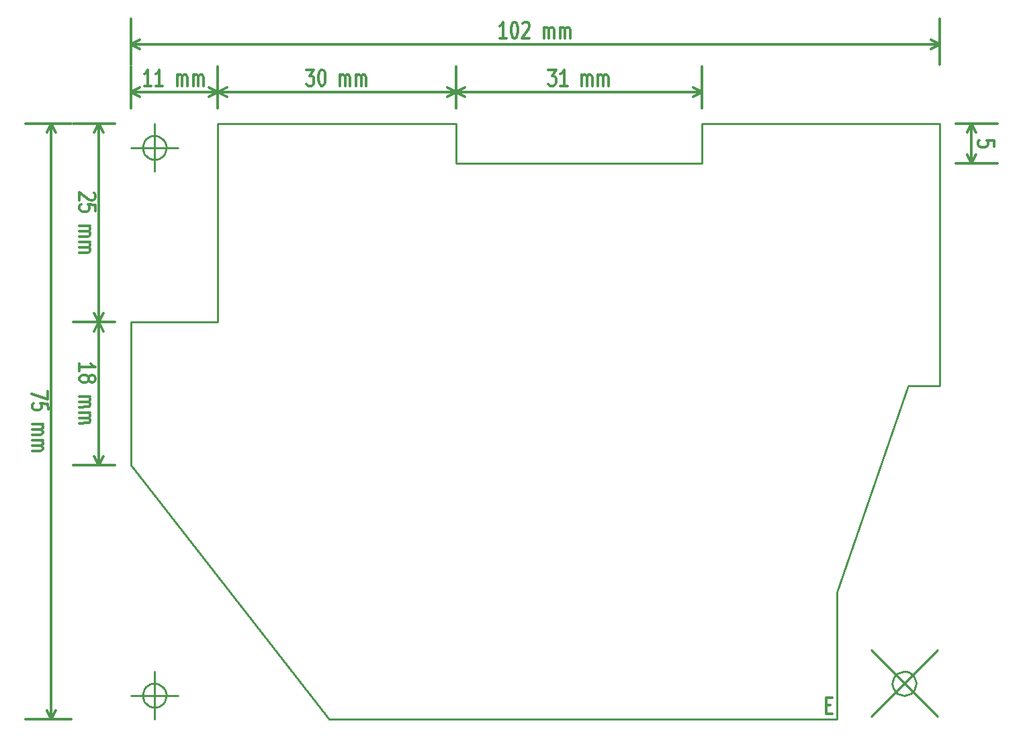
<source format=gbr>
G04 (created by PCBNEW-RS274X (2011-07-20 BZR 3052)-testing) date 2011-07-21 16:28:03*
G01*
G70*
G90*
%MOIN*%
G04 Gerber Fmt 3.4, Leading zero omitted, Abs format*
%FSLAX34Y34*%
G04 APERTURE LIST*
%ADD10C,0.006000*%
%ADD11C,0.012000*%
%ADD12C,0.008700*%
%ADD13C,0.180000*%
%ADD14R,0.070000X0.040000*%
%ADD15R,0.180000X0.100000*%
%ADD16R,0.075000X0.055000*%
%ADD17R,0.055000X0.075000*%
%ADD18R,0.065000X0.045000*%
%ADD19R,0.045000X0.065000*%
%ADD20R,0.072000X0.072000*%
%ADD21C,0.072000*%
%ADD22C,0.080000*%
%ADD23R,0.080000X0.080000*%
%ADD24R,0.086900X0.090800*%
%ADD25R,0.090800X0.086900*%
%ADD26R,0.145000X0.170000*%
%ADD27R,0.080000X0.070000*%
%ADD28R,0.120000X0.120000*%
%ADD29C,0.120000*%
G04 APERTURE END LIST*
G54D10*
G54D11*
X48298Y-42622D02*
X48498Y-42622D01*
X48584Y-43041D02*
X48298Y-43041D01*
X48298Y-42241D01*
X48584Y-42241D01*
G54D12*
X52363Y-26772D02*
X48819Y-37008D01*
X52756Y-41536D02*
X52744Y-41650D01*
X52711Y-41760D01*
X52657Y-41862D01*
X52584Y-41951D01*
X52495Y-42025D01*
X52394Y-42079D01*
X52284Y-42113D01*
X52170Y-42125D01*
X52056Y-42115D01*
X51945Y-42083D01*
X51843Y-42029D01*
X51754Y-41957D01*
X51680Y-41869D01*
X51624Y-41768D01*
X51589Y-41658D01*
X51577Y-41544D01*
X51586Y-41430D01*
X51618Y-41319D01*
X51671Y-41217D01*
X51742Y-41127D01*
X51830Y-41052D01*
X51930Y-40996D01*
X52040Y-40960D01*
X52154Y-40947D01*
X52268Y-40955D01*
X52379Y-40986D01*
X52482Y-41038D01*
X52572Y-41109D01*
X52648Y-41196D01*
X52704Y-41297D01*
X52741Y-41406D01*
X52755Y-41520D01*
X52756Y-41536D01*
X50513Y-39883D02*
X53819Y-43189D01*
X50513Y-43189D02*
X53819Y-39883D01*
X15551Y-42126D02*
X15539Y-42240D01*
X15506Y-42350D01*
X15452Y-42452D01*
X15379Y-42541D01*
X15290Y-42615D01*
X15189Y-42669D01*
X15079Y-42703D01*
X14965Y-42715D01*
X14851Y-42705D01*
X14740Y-42673D01*
X14638Y-42619D01*
X14549Y-42547D01*
X14475Y-42459D01*
X14419Y-42358D01*
X14384Y-42248D01*
X14372Y-42134D01*
X14381Y-42020D01*
X14413Y-41909D01*
X14466Y-41807D01*
X14537Y-41717D01*
X14625Y-41642D01*
X14725Y-41586D01*
X14835Y-41550D01*
X14949Y-41537D01*
X15063Y-41545D01*
X15174Y-41576D01*
X15277Y-41628D01*
X15367Y-41699D01*
X15443Y-41786D01*
X15499Y-41887D01*
X15536Y-41996D01*
X15550Y-42110D01*
X15551Y-42126D01*
X13780Y-42126D02*
X16142Y-42126D01*
X14961Y-40945D02*
X14961Y-43307D01*
X15551Y-14961D02*
X15539Y-15075D01*
X15506Y-15185D01*
X15452Y-15287D01*
X15379Y-15376D01*
X15290Y-15450D01*
X15189Y-15504D01*
X15079Y-15538D01*
X14965Y-15550D01*
X14851Y-15540D01*
X14740Y-15508D01*
X14638Y-15454D01*
X14549Y-15382D01*
X14475Y-15294D01*
X14419Y-15193D01*
X14384Y-15083D01*
X14372Y-14969D01*
X14381Y-14855D01*
X14413Y-14744D01*
X14466Y-14642D01*
X14537Y-14552D01*
X14625Y-14477D01*
X14725Y-14421D01*
X14835Y-14385D01*
X14949Y-14372D01*
X15063Y-14380D01*
X15174Y-14411D01*
X15277Y-14463D01*
X15367Y-14534D01*
X15443Y-14621D01*
X15499Y-14722D01*
X15536Y-14831D01*
X15550Y-14945D01*
X15551Y-14961D01*
X13780Y-14961D02*
X16142Y-14961D01*
X14961Y-13780D02*
X14961Y-16142D01*
G54D11*
X09677Y-27030D02*
X09678Y-27430D01*
X08878Y-27175D01*
X09679Y-27944D02*
X09678Y-27658D01*
X09297Y-27630D01*
X09335Y-27659D01*
X09374Y-27716D01*
X09374Y-27859D01*
X09336Y-27916D01*
X09298Y-27945D01*
X09222Y-27973D01*
X09032Y-27973D01*
X08955Y-27945D01*
X08917Y-27917D01*
X08879Y-27860D01*
X08879Y-27717D01*
X08916Y-27660D01*
X08954Y-27630D01*
X08880Y-28688D02*
X09414Y-28687D01*
X09337Y-28687D02*
X09375Y-28715D01*
X09414Y-28773D01*
X09415Y-28858D01*
X09376Y-28915D01*
X09300Y-28944D01*
X08881Y-28945D01*
X09300Y-28944D02*
X09376Y-28973D01*
X09415Y-29030D01*
X09415Y-29115D01*
X09376Y-29173D01*
X09300Y-29201D01*
X08881Y-29202D01*
X08882Y-29488D02*
X09416Y-29487D01*
X09339Y-29487D02*
X09377Y-29515D01*
X09416Y-29573D01*
X09416Y-29658D01*
X09377Y-29715D01*
X09301Y-29744D01*
X08882Y-29745D01*
X09301Y-29744D02*
X09377Y-29773D01*
X09416Y-29830D01*
X09416Y-29915D01*
X09377Y-29973D01*
X09302Y-30001D01*
X08883Y-30002D01*
X09844Y-13780D02*
X09844Y-43308D01*
X10827Y-13780D02*
X08564Y-13780D01*
X10827Y-43308D02*
X08564Y-43308D01*
X09844Y-43308D02*
X09614Y-42865D01*
X09844Y-43308D02*
X10074Y-42865D01*
X09844Y-13780D02*
X09614Y-14223D01*
X09844Y-13780D02*
X10074Y-14223D01*
X56627Y-14907D02*
X56627Y-14621D01*
X56246Y-14593D01*
X56284Y-14622D01*
X56322Y-14679D01*
X56322Y-14822D01*
X56284Y-14879D01*
X56246Y-14908D01*
X56170Y-14936D01*
X55980Y-14936D01*
X55903Y-14908D01*
X55865Y-14879D01*
X55827Y-14823D01*
X55827Y-14680D01*
X55865Y-14622D01*
X55903Y-14593D01*
X55511Y-13780D02*
X55511Y-15749D01*
X54725Y-13780D02*
X56791Y-13780D01*
X54725Y-15749D02*
X56791Y-15749D01*
X55511Y-15749D02*
X55281Y-15306D01*
X55511Y-15749D02*
X55741Y-15306D01*
X55511Y-13780D02*
X55281Y-14223D01*
X55511Y-13780D02*
X55741Y-14223D01*
X11240Y-26025D02*
X11239Y-25682D01*
X11240Y-25854D02*
X12040Y-25852D01*
X11926Y-25795D01*
X11850Y-25738D01*
X11811Y-25681D01*
X11698Y-26367D02*
X11736Y-26309D01*
X11774Y-26281D01*
X11850Y-26252D01*
X11888Y-26251D01*
X11964Y-26280D01*
X12003Y-26308D01*
X12041Y-26366D01*
X12041Y-26480D01*
X12003Y-26537D01*
X11965Y-26566D01*
X11889Y-26594D01*
X11851Y-26595D01*
X11775Y-26567D01*
X11736Y-26538D01*
X11698Y-26481D01*
X11698Y-26367D01*
X11660Y-26309D01*
X11621Y-26281D01*
X11545Y-26252D01*
X11393Y-26252D01*
X11316Y-26281D01*
X11279Y-26310D01*
X11241Y-26368D01*
X11241Y-26482D01*
X11279Y-26539D01*
X11317Y-26567D01*
X11394Y-26595D01*
X11546Y-26595D01*
X11622Y-26567D01*
X11660Y-26538D01*
X11698Y-26481D01*
X11242Y-27310D02*
X11776Y-27309D01*
X11699Y-27309D02*
X11737Y-27337D01*
X11776Y-27395D01*
X11777Y-27480D01*
X11738Y-27537D01*
X11662Y-27566D01*
X11243Y-27567D01*
X11662Y-27566D02*
X11738Y-27595D01*
X11777Y-27652D01*
X11777Y-27737D01*
X11738Y-27795D01*
X11662Y-27823D01*
X11243Y-27824D01*
X11244Y-28110D02*
X11778Y-28109D01*
X11701Y-28109D02*
X11739Y-28137D01*
X11778Y-28195D01*
X11778Y-28280D01*
X11739Y-28337D01*
X11663Y-28366D01*
X11244Y-28367D01*
X11663Y-28366D02*
X11739Y-28395D01*
X11778Y-28452D01*
X11778Y-28537D01*
X11739Y-28595D01*
X11664Y-28623D01*
X11245Y-28624D01*
X12206Y-23623D02*
X12206Y-30709D01*
X12993Y-23623D02*
X10926Y-23623D01*
X12993Y-30709D02*
X10926Y-30709D01*
X12206Y-30709D02*
X11976Y-30266D01*
X12206Y-30709D02*
X12436Y-30266D01*
X12206Y-23623D02*
X11976Y-24066D01*
X12206Y-23623D02*
X12436Y-24066D01*
X11963Y-17215D02*
X12001Y-17244D01*
X12040Y-17301D01*
X12040Y-17444D01*
X12002Y-17501D01*
X11964Y-17530D01*
X11888Y-17558D01*
X11812Y-17559D01*
X11697Y-17531D01*
X11239Y-17189D01*
X11240Y-17560D01*
X12041Y-18101D02*
X12040Y-17815D01*
X11659Y-17787D01*
X11697Y-17816D01*
X11736Y-17873D01*
X11736Y-18016D01*
X11698Y-18073D01*
X11660Y-18102D01*
X11584Y-18130D01*
X11394Y-18130D01*
X11317Y-18102D01*
X11279Y-18074D01*
X11241Y-18017D01*
X11241Y-17874D01*
X11278Y-17817D01*
X11316Y-17787D01*
X11242Y-18845D02*
X11776Y-18844D01*
X11699Y-18844D02*
X11737Y-18872D01*
X11776Y-18930D01*
X11777Y-19015D01*
X11738Y-19072D01*
X11662Y-19101D01*
X11243Y-19102D01*
X11662Y-19101D02*
X11738Y-19130D01*
X11777Y-19187D01*
X11777Y-19272D01*
X11738Y-19330D01*
X11662Y-19358D01*
X11243Y-19359D01*
X11244Y-19645D02*
X11778Y-19644D01*
X11701Y-19644D02*
X11739Y-19672D01*
X11778Y-19730D01*
X11778Y-19815D01*
X11739Y-19872D01*
X11663Y-19901D01*
X11244Y-19902D01*
X11663Y-19901D02*
X11739Y-19930D01*
X11778Y-19987D01*
X11778Y-20072D01*
X11739Y-20130D01*
X11664Y-20158D01*
X11245Y-20159D01*
X12206Y-13780D02*
X12206Y-23623D01*
X12993Y-13780D02*
X10926Y-13780D01*
X12993Y-23623D02*
X10926Y-23623D01*
X12206Y-23623D02*
X11976Y-23180D01*
X12206Y-23623D02*
X12436Y-23180D01*
X12206Y-13780D02*
X11976Y-14223D01*
X12206Y-13780D02*
X12436Y-14223D01*
X32430Y-09528D02*
X32087Y-09528D01*
X32259Y-09528D02*
X32259Y-08728D01*
X32202Y-08842D01*
X32144Y-08918D01*
X32087Y-08956D01*
X32801Y-08728D02*
X32858Y-08728D01*
X32915Y-08766D01*
X32944Y-08804D01*
X32973Y-08880D01*
X33001Y-09033D01*
X33001Y-09223D01*
X32973Y-09375D01*
X32944Y-09452D01*
X32915Y-09490D01*
X32858Y-09528D01*
X32801Y-09528D01*
X32744Y-09490D01*
X32715Y-09452D01*
X32687Y-09375D01*
X32658Y-09223D01*
X32658Y-09033D01*
X32687Y-08880D01*
X32715Y-08804D01*
X32744Y-08766D01*
X32801Y-08728D01*
X33229Y-08804D02*
X33258Y-08766D01*
X33315Y-08728D01*
X33458Y-08728D01*
X33515Y-08766D01*
X33544Y-08804D01*
X33572Y-08880D01*
X33572Y-08956D01*
X33544Y-09071D01*
X33201Y-09528D01*
X33572Y-09528D01*
X34286Y-09528D02*
X34286Y-08994D01*
X34286Y-09071D02*
X34314Y-09033D01*
X34372Y-08994D01*
X34457Y-08994D01*
X34514Y-09033D01*
X34543Y-09109D01*
X34543Y-09528D01*
X34543Y-09109D02*
X34572Y-09033D01*
X34629Y-08994D01*
X34714Y-08994D01*
X34772Y-09033D01*
X34800Y-09109D01*
X34800Y-09528D01*
X35086Y-09528D02*
X35086Y-08994D01*
X35086Y-09071D02*
X35114Y-09033D01*
X35172Y-08994D01*
X35257Y-08994D01*
X35314Y-09033D01*
X35343Y-09109D01*
X35343Y-09528D01*
X35343Y-09109D02*
X35372Y-09033D01*
X35429Y-08994D01*
X35514Y-08994D01*
X35572Y-09033D01*
X35600Y-09109D01*
X35600Y-09528D01*
X13780Y-09844D02*
X53937Y-09844D01*
X13780Y-10827D02*
X13780Y-08564D01*
X53937Y-10827D02*
X53937Y-08564D01*
X53937Y-09844D02*
X53494Y-10074D01*
X53937Y-09844D02*
X53494Y-09614D01*
X13780Y-09844D02*
X14223Y-10074D01*
X13780Y-09844D02*
X14223Y-09614D01*
X34511Y-11090D02*
X34882Y-11090D01*
X34682Y-11395D01*
X34768Y-11395D01*
X34825Y-11433D01*
X34854Y-11471D01*
X34882Y-11547D01*
X34882Y-11737D01*
X34854Y-11814D01*
X34825Y-11852D01*
X34768Y-11890D01*
X34596Y-11890D01*
X34539Y-11852D01*
X34511Y-11814D01*
X35453Y-11890D02*
X35110Y-11890D01*
X35282Y-11890D02*
X35282Y-11090D01*
X35225Y-11204D01*
X35167Y-11280D01*
X35110Y-11318D01*
X36167Y-11890D02*
X36167Y-11356D01*
X36167Y-11433D02*
X36195Y-11395D01*
X36253Y-11356D01*
X36338Y-11356D01*
X36395Y-11395D01*
X36424Y-11471D01*
X36424Y-11890D01*
X36424Y-11471D02*
X36453Y-11395D01*
X36510Y-11356D01*
X36595Y-11356D01*
X36653Y-11395D01*
X36681Y-11471D01*
X36681Y-11890D01*
X36967Y-11890D02*
X36967Y-11356D01*
X36967Y-11433D02*
X36995Y-11395D01*
X37053Y-11356D01*
X37138Y-11356D01*
X37195Y-11395D01*
X37224Y-11471D01*
X37224Y-11890D01*
X37224Y-11471D02*
X37253Y-11395D01*
X37310Y-11356D01*
X37395Y-11356D01*
X37453Y-11395D01*
X37481Y-11471D01*
X37481Y-11890D01*
X29922Y-12206D02*
X42126Y-12206D01*
X29922Y-12993D02*
X29922Y-10926D01*
X42126Y-12993D02*
X42126Y-10926D01*
X42126Y-12206D02*
X41683Y-12436D01*
X42126Y-12206D02*
X41683Y-11976D01*
X29922Y-12206D02*
X30365Y-12436D01*
X29922Y-12206D02*
X30365Y-11976D01*
X22503Y-11090D02*
X22874Y-11090D01*
X22674Y-11395D01*
X22760Y-11395D01*
X22817Y-11433D01*
X22846Y-11471D01*
X22874Y-11547D01*
X22874Y-11737D01*
X22846Y-11814D01*
X22817Y-11852D01*
X22760Y-11890D01*
X22588Y-11890D01*
X22531Y-11852D01*
X22503Y-11814D01*
X23245Y-11090D02*
X23302Y-11090D01*
X23359Y-11128D01*
X23388Y-11166D01*
X23417Y-11242D01*
X23445Y-11395D01*
X23445Y-11585D01*
X23417Y-11737D01*
X23388Y-11814D01*
X23359Y-11852D01*
X23302Y-11890D01*
X23245Y-11890D01*
X23188Y-11852D01*
X23159Y-11814D01*
X23131Y-11737D01*
X23102Y-11585D01*
X23102Y-11395D01*
X23131Y-11242D01*
X23159Y-11166D01*
X23188Y-11128D01*
X23245Y-11090D01*
X24159Y-11890D02*
X24159Y-11356D01*
X24159Y-11433D02*
X24187Y-11395D01*
X24245Y-11356D01*
X24330Y-11356D01*
X24387Y-11395D01*
X24416Y-11471D01*
X24416Y-11890D01*
X24416Y-11471D02*
X24445Y-11395D01*
X24502Y-11356D01*
X24587Y-11356D01*
X24645Y-11395D01*
X24673Y-11471D01*
X24673Y-11890D01*
X24959Y-11890D02*
X24959Y-11356D01*
X24959Y-11433D02*
X24987Y-11395D01*
X25045Y-11356D01*
X25130Y-11356D01*
X25187Y-11395D01*
X25216Y-11471D01*
X25216Y-11890D01*
X25216Y-11471D02*
X25245Y-11395D01*
X25302Y-11356D01*
X25387Y-11356D01*
X25445Y-11395D01*
X25473Y-11471D01*
X25473Y-11890D01*
X18111Y-12206D02*
X29922Y-12206D01*
X18111Y-12993D02*
X18111Y-10926D01*
X29922Y-12993D02*
X29922Y-10926D01*
X29922Y-12206D02*
X29479Y-12436D01*
X29922Y-12206D02*
X29479Y-11976D01*
X18111Y-12206D02*
X18554Y-12436D01*
X18111Y-12206D02*
X18554Y-11976D01*
G54D12*
X42126Y-15749D02*
X29922Y-15749D01*
X42126Y-13780D02*
X42126Y-15749D01*
X53937Y-13780D02*
X42126Y-13780D01*
X29922Y-13780D02*
X29922Y-15749D01*
X18111Y-13780D02*
X29922Y-13780D01*
X18111Y-21654D02*
X18111Y-13780D01*
X53937Y-26772D02*
X53937Y-13780D01*
X52363Y-26772D02*
X53937Y-26772D01*
X48819Y-37008D02*
X48819Y-43308D01*
X37796Y-43308D02*
X48819Y-43308D01*
X23623Y-43308D02*
X33859Y-43308D01*
G54D11*
X14803Y-11890D02*
X14460Y-11890D01*
X14632Y-11890D02*
X14632Y-11090D01*
X14575Y-11204D01*
X14517Y-11280D01*
X14460Y-11318D01*
X15374Y-11890D02*
X15031Y-11890D01*
X15203Y-11890D02*
X15203Y-11090D01*
X15146Y-11204D01*
X15088Y-11280D01*
X15031Y-11318D01*
X16088Y-11890D02*
X16088Y-11356D01*
X16088Y-11433D02*
X16116Y-11395D01*
X16174Y-11356D01*
X16259Y-11356D01*
X16316Y-11395D01*
X16345Y-11471D01*
X16345Y-11890D01*
X16345Y-11471D02*
X16374Y-11395D01*
X16431Y-11356D01*
X16516Y-11356D01*
X16574Y-11395D01*
X16602Y-11471D01*
X16602Y-11890D01*
X16888Y-11890D02*
X16888Y-11356D01*
X16888Y-11433D02*
X16916Y-11395D01*
X16974Y-11356D01*
X17059Y-11356D01*
X17116Y-11395D01*
X17145Y-11471D01*
X17145Y-11890D01*
X17145Y-11471D02*
X17174Y-11395D01*
X17231Y-11356D01*
X17316Y-11356D01*
X17374Y-11395D01*
X17402Y-11471D01*
X17402Y-11890D01*
X13780Y-12206D02*
X18111Y-12206D01*
X13780Y-12993D02*
X13780Y-10926D01*
X18111Y-12993D02*
X18111Y-10926D01*
X18111Y-12206D02*
X17668Y-12436D01*
X18111Y-12206D02*
X17668Y-11976D01*
X13780Y-12206D02*
X14223Y-12436D01*
X13780Y-12206D02*
X14223Y-11976D01*
G54D12*
X33859Y-43308D02*
X37796Y-43308D01*
X23623Y-43308D02*
X13780Y-30709D01*
X13780Y-23623D02*
X13780Y-30709D01*
X18111Y-23623D02*
X13780Y-23623D01*
X18111Y-21654D02*
X18111Y-23623D01*
%LPC*%
G54D13*
X51378Y-25000D03*
X19489Y-25000D03*
X35237Y-42126D03*
G54D14*
X45738Y-19573D03*
X45738Y-19073D03*
X45738Y-18573D03*
X45738Y-18073D03*
X45738Y-17573D03*
X45738Y-17073D03*
X45738Y-16573D03*
X45738Y-16073D03*
X45738Y-15573D03*
X45738Y-15073D03*
X49538Y-15073D03*
X49538Y-15573D03*
X49538Y-16073D03*
X49538Y-16573D03*
X49538Y-17073D03*
X49538Y-17573D03*
X49538Y-18073D03*
X49538Y-18573D03*
X49538Y-19073D03*
X49538Y-19573D03*
G54D15*
X35827Y-37321D03*
X35827Y-35121D03*
G54D16*
X46851Y-33643D03*
X46851Y-32893D03*
G54D17*
X18523Y-31890D03*
X19273Y-31890D03*
G54D16*
X40749Y-35809D03*
X40749Y-35059D03*
G54D18*
X39174Y-36324D03*
X39174Y-35724D03*
X44489Y-15655D03*
X44489Y-15055D03*
X44686Y-30025D03*
X44686Y-29425D03*
G54D19*
X31000Y-28741D03*
X31600Y-28741D03*
G54D18*
X19882Y-18992D03*
X19882Y-19592D03*
X21457Y-30015D03*
X21457Y-30615D03*
G54D19*
X31787Y-23426D03*
X32387Y-23426D03*
G54D18*
X39371Y-29237D03*
X39371Y-28637D03*
X25394Y-22348D03*
X25394Y-21748D03*
X26969Y-33371D03*
X26969Y-32771D03*
G54D20*
X36614Y-39567D03*
G54D21*
X35827Y-39567D03*
X35039Y-39567D03*
X34253Y-39567D03*
X33465Y-39567D03*
X32678Y-39567D03*
G54D20*
X30118Y-42323D03*
G54D21*
X29330Y-42323D03*
X28544Y-42323D03*
X27756Y-42323D03*
G54D10*
G36*
X51001Y-27885D02*
X50320Y-27650D01*
X50555Y-26969D01*
X51236Y-27204D01*
X51001Y-27885D01*
X51001Y-27885D01*
G37*
G54D21*
X50522Y-28172D03*
X50266Y-28916D03*
X50010Y-29661D03*
G54D20*
X14961Y-25984D03*
G54D21*
X14961Y-26772D03*
X14961Y-27558D03*
X14961Y-28346D03*
G54D20*
X41142Y-42323D03*
G54D21*
X40354Y-42323D03*
X39568Y-42323D03*
X38780Y-42323D03*
G54D20*
X33071Y-42323D03*
G54D21*
X32284Y-42323D03*
G54D20*
X24804Y-42126D03*
G54D21*
X25591Y-42126D03*
G54D20*
X44095Y-42323D03*
G54D21*
X43308Y-42323D03*
G54D22*
X42237Y-20973D03*
X42237Y-19973D03*
X41237Y-19973D03*
X41237Y-20973D03*
G54D23*
X28237Y-20973D03*
G54D22*
X28237Y-19973D03*
X29237Y-20973D03*
X29237Y-19973D03*
X30237Y-20973D03*
X30237Y-19973D03*
X31237Y-20973D03*
X31237Y-19973D03*
X32237Y-20973D03*
X32237Y-19973D03*
X33237Y-20973D03*
X33237Y-19973D03*
X34237Y-20973D03*
X34237Y-19973D03*
X35237Y-20973D03*
X35237Y-19973D03*
X36237Y-20973D03*
X36237Y-19973D03*
X37237Y-20973D03*
X37237Y-19973D03*
X38237Y-20973D03*
X38237Y-19973D03*
X39237Y-20973D03*
X39237Y-19973D03*
X40237Y-20973D03*
X40237Y-19973D03*
G54D24*
X49213Y-24587D03*
X49213Y-26201D03*
G54D25*
X18327Y-27756D03*
X16713Y-27756D03*
G54D24*
X16733Y-24587D03*
X16733Y-26201D03*
G54D25*
X22816Y-38583D03*
X24430Y-38583D03*
G54D24*
X46851Y-39942D03*
X46851Y-41556D03*
G54D25*
X41713Y-39961D03*
X43327Y-39961D03*
G54D24*
X29725Y-31280D03*
X29725Y-32894D03*
X31497Y-31280D03*
X31497Y-32894D03*
G54D25*
X22816Y-40355D03*
X24430Y-40355D03*
G54D24*
X29331Y-38367D03*
X29331Y-39981D03*
X37796Y-36831D03*
X37796Y-35217D03*
X47638Y-28760D03*
X47638Y-27146D03*
G54D25*
X18327Y-29528D03*
X16713Y-29528D03*
X19311Y-30906D03*
X17697Y-30906D03*
G54D24*
X47638Y-29902D03*
X47638Y-31516D03*
X45276Y-33288D03*
X45276Y-31674D03*
X31103Y-38367D03*
X31103Y-39981D03*
G54D26*
X33859Y-34971D03*
X33859Y-37471D03*
G54D27*
X40749Y-36830D03*
X40749Y-37580D03*
G54D28*
X44489Y-37418D03*
G54D29*
X44489Y-35418D03*
G54D10*
G36*
X16329Y-31159D02*
X15762Y-31602D01*
X15319Y-31035D01*
X15886Y-30592D01*
X16329Y-31159D01*
X16329Y-31159D01*
G37*
G54D21*
X16308Y-31717D03*
X16793Y-32337D03*
X17278Y-32958D03*
X17762Y-33578D03*
X18247Y-34199D03*
X18732Y-34819D03*
X19216Y-35439D03*
G54D10*
G36*
X49546Y-32105D02*
X48865Y-31870D01*
X49100Y-31189D01*
X49781Y-31424D01*
X49546Y-32105D01*
X49546Y-32105D01*
G37*
G54D21*
X49067Y-32391D03*
X48810Y-33135D03*
X48554Y-33880D03*
X48298Y-34624D03*
X48042Y-35369D03*
X47785Y-36113D03*
X47529Y-36857D03*
M02*

</source>
